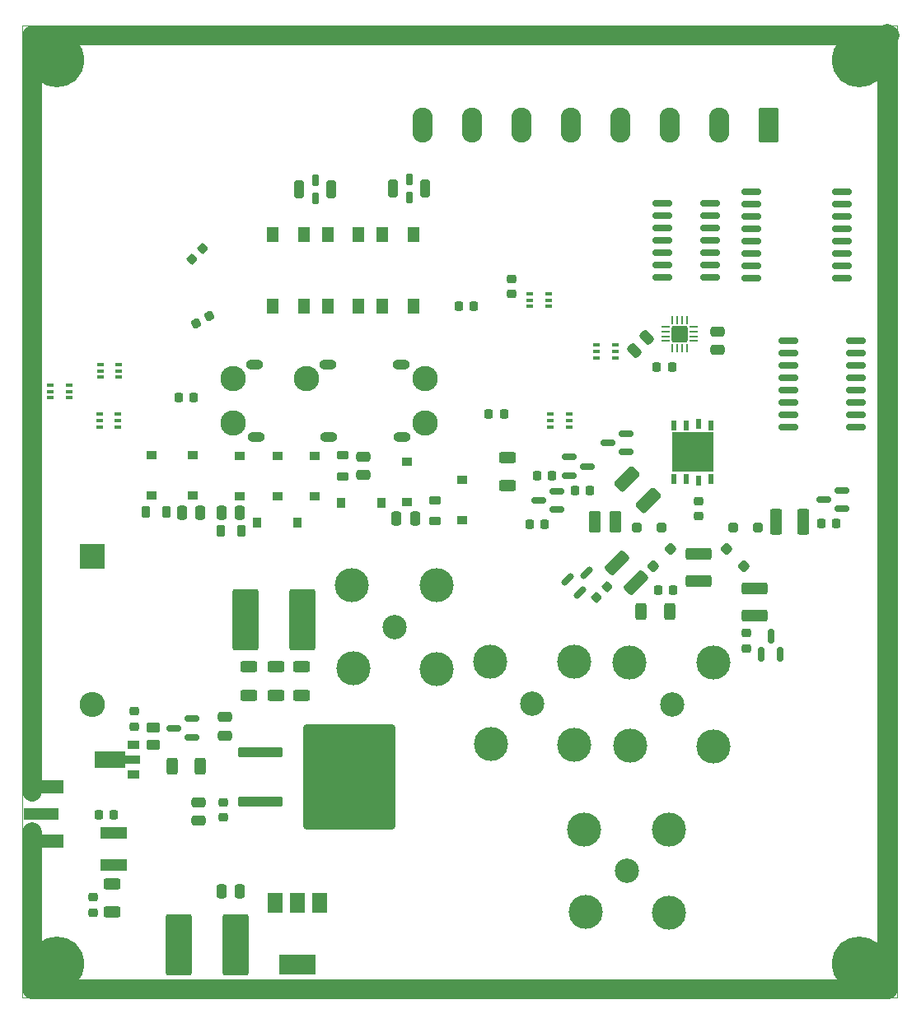
<source format=gbr>
%TF.GenerationSoftware,KiCad,Pcbnew,(7.0.0-0)*%
%TF.CreationDate,2023-05-05T23:20:31+02:00*%
%TF.ProjectId,Filter-forest-v3,46696c74-6572-42d6-966f-726573742d76,rev?*%
%TF.SameCoordinates,Original*%
%TF.FileFunction,Soldermask,Top*%
%TF.FilePolarity,Negative*%
%FSLAX46Y46*%
G04 Gerber Fmt 4.6, Leading zero omitted, Abs format (unit mm)*
G04 Created by KiCad (PCBNEW (7.0.0-0)) date 2023-05-05 23:20:31*
%MOMM*%
%LPD*%
G01*
G04 APERTURE LIST*
G04 Aperture macros list*
%AMRoundRect*
0 Rectangle with rounded corners*
0 $1 Rounding radius*
0 $2 $3 $4 $5 $6 $7 $8 $9 X,Y pos of 4 corners*
0 Add a 4 corners polygon primitive as box body*
4,1,4,$2,$3,$4,$5,$6,$7,$8,$9,$2,$3,0*
0 Add four circle primitives for the rounded corners*
1,1,$1+$1,$2,$3*
1,1,$1+$1,$4,$5*
1,1,$1+$1,$6,$7*
1,1,$1+$1,$8,$9*
0 Add four rect primitives between the rounded corners*
20,1,$1+$1,$2,$3,$4,$5,0*
20,1,$1+$1,$4,$5,$6,$7,0*
20,1,$1+$1,$6,$7,$8,$9,0*
20,1,$1+$1,$8,$9,$2,$3,0*%
%AMFreePoly0*
4,1,9,3.862500,-0.866500,0.737500,-0.866500,0.737500,-0.450000,-0.737500,-0.450000,-0.737500,0.450000,0.737500,0.450000,0.737500,0.866500,3.862500,0.866500,3.862500,-0.866500,3.862500,-0.866500,$1*%
G04 Aperture macros list end*
%ADD10C,2.000000*%
%ADD11RoundRect,0.250000X-0.375000X-0.850000X0.375000X-0.850000X0.375000X0.850000X-0.375000X0.850000X0*%
%ADD12RoundRect,0.062500X-0.337500X-0.062500X0.337500X-0.062500X0.337500X0.062500X-0.337500X0.062500X0*%
%ADD13RoundRect,0.062500X-0.062500X-0.337500X0.062500X-0.337500X0.062500X0.337500X-0.062500X0.337500X0*%
%ADD14RoundRect,0.250000X-0.600000X-0.600000X0.600000X-0.600000X0.600000X0.600000X-0.600000X0.600000X0*%
%ADD15RoundRect,0.250000X-0.475000X0.250000X-0.475000X-0.250000X0.475000X-0.250000X0.475000X0.250000X0*%
%ADD16RoundRect,0.250000X0.159099X-0.512652X0.512652X-0.159099X-0.159099X0.512652X-0.512652X0.159099X0*%
%ADD17RoundRect,0.225000X-0.225000X-0.250000X0.225000X-0.250000X0.225000X0.250000X-0.225000X0.250000X0*%
%ADD18R,2.700000X1.150000*%
%ADD19RoundRect,0.250000X-1.025305X-0.494975X-0.494975X-1.025305X1.025305X0.494975X0.494975X1.025305X0*%
%ADD20RoundRect,0.250000X-1.075000X0.375000X-1.075000X-0.375000X1.075000X-0.375000X1.075000X0.375000X0*%
%ADD21RoundRect,0.250000X0.375000X1.075000X-0.375000X1.075000X-0.375000X-1.075000X0.375000X-1.075000X0*%
%ADD22RoundRect,0.250000X1.075000X-0.375000X1.075000X0.375000X-1.075000X0.375000X-1.075000X-0.375000X0*%
%ADD23RoundRect,0.250000X0.250000X0.475000X-0.250000X0.475000X-0.250000X-0.475000X0.250000X-0.475000X0*%
%ADD24RoundRect,0.250000X-0.250000X-0.475000X0.250000X-0.475000X0.250000X0.475000X-0.250000X0.475000X0*%
%ADD25R,0.650000X0.400000*%
%ADD26RoundRect,0.250000X0.625000X-0.312500X0.625000X0.312500X-0.625000X0.312500X-0.625000X-0.312500X0*%
%ADD27RoundRect,0.150000X-0.825000X-0.150000X0.825000X-0.150000X0.825000X0.150000X-0.825000X0.150000X0*%
%ADD28O,2.600000X2.600000*%
%ADD29R,2.600000X2.600000*%
%ADD30RoundRect,0.152500X-0.152500X-0.470000X0.152500X-0.470000X0.152500X0.470000X-0.152500X0.470000X0*%
%ADD31C,0.610000*%
%ADD32RoundRect,0.249600X-0.270400X-0.650400X0.270400X-0.650400X0.270400X0.650400X-0.270400X0.650400X0*%
%ADD33O,1.800000X1.000000*%
%ADD34C,2.610000*%
%ADD35RoundRect,0.250000X-0.625000X0.312500X-0.625000X-0.312500X0.625000X-0.312500X0.625000X0.312500X0*%
%ADD36RoundRect,0.150000X0.587500X0.150000X-0.587500X0.150000X-0.587500X-0.150000X0.587500X-0.150000X0*%
%ADD37C,3.500000*%
%ADD38C,2.500000*%
%ADD39RoundRect,0.150000X-0.309359X-0.521491X0.521491X0.309359X0.309359X0.521491X-0.521491X-0.309359X0*%
%ADD40RoundRect,0.225000X0.225000X0.250000X-0.225000X0.250000X-0.225000X-0.250000X0.225000X-0.250000X0*%
%ADD41RoundRect,0.225000X0.250000X-0.225000X0.250000X0.225000X-0.250000X0.225000X-0.250000X-0.225000X0*%
%ADD42RoundRect,0.218750X0.218750X0.381250X-0.218750X0.381250X-0.218750X-0.381250X0.218750X-0.381250X0*%
%ADD43RoundRect,0.250000X0.450000X-0.262500X0.450000X0.262500X-0.450000X0.262500X-0.450000X-0.262500X0*%
%ADD44R,1.000000X0.850000*%
%ADD45R,0.850000X1.000000*%
%ADD46RoundRect,0.250000X0.250000X0.250000X-0.250000X0.250000X-0.250000X-0.250000X0.250000X-0.250000X0*%
%ADD47RoundRect,0.225000X-0.250000X0.225000X-0.250000X-0.225000X0.250000X-0.225000X0.250000X0.225000X0*%
%ADD48RoundRect,0.250000X0.475000X-0.250000X0.475000X0.250000X-0.475000X0.250000X-0.475000X-0.250000X0*%
%ADD49RoundRect,0.250000X-2.050000X-0.300000X2.050000X-0.300000X2.050000X0.300000X-2.050000X0.300000X0*%
%ADD50RoundRect,0.250002X-4.449998X-5.149998X4.449998X-5.149998X4.449998X5.149998X-4.449998X5.149998X0*%
%ADD51C,5.600000*%
%ADD52RoundRect,0.250000X0.312500X0.625000X-0.312500X0.625000X-0.312500X-0.625000X0.312500X-0.625000X0*%
%ADD53RoundRect,0.250000X1.087500X2.900000X-1.087500X2.900000X-1.087500X-2.900000X1.087500X-2.900000X0*%
%ADD54RoundRect,0.250000X0.000000X-0.353553X0.353553X0.000000X0.000000X0.353553X-0.353553X0.000000X0*%
%ADD55RoundRect,0.225000X0.017678X-0.335876X0.335876X-0.017678X-0.017678X0.335876X-0.335876X0.017678X0*%
%ADD56R,0.510000X1.020000*%
%ADD57RoundRect,0.001000X-2.100000X2.010000X-2.100000X-2.010000X2.100000X-2.010000X2.100000X2.010000X0*%
%ADD58RoundRect,0.150000X-0.587500X-0.150000X0.587500X-0.150000X0.587500X0.150000X-0.587500X0.150000X0*%
%ADD59RoundRect,0.218750X0.381250X-0.218750X0.381250X0.218750X-0.381250X0.218750X-0.381250X-0.218750X0*%
%ADD60R,4.200000X1.350000*%
%ADD61R,3.600000X1.270000*%
%ADD62RoundRect,0.250000X-1.069499X-0.486136X-0.486136X-1.069499X1.069499X0.486136X0.486136X1.069499X0*%
%ADD63RoundRect,0.225000X-0.069856X-0.329006X0.319856X-0.104006X0.069856X0.329006X-0.319856X0.104006X0*%
%ADD64R,1.200000X1.600000*%
%ADD65RoundRect,0.250000X-0.250000X-0.250000X0.250000X-0.250000X0.250000X0.250000X-0.250000X0.250000X0*%
%ADD66RoundRect,0.150000X0.150000X-0.587500X0.150000X0.587500X-0.150000X0.587500X-0.150000X-0.587500X0*%
%ADD67O,2.080000X3.600000*%
%ADD68RoundRect,0.249999X0.790001X1.550001X-0.790001X1.550001X-0.790001X-1.550001X0.790001X-1.550001X0*%
%ADD69RoundRect,0.250000X0.353553X0.000000X0.000000X0.353553X-0.353553X0.000000X0.000000X-0.353553X0*%
%ADD70RoundRect,0.150000X-0.875000X-0.150000X0.875000X-0.150000X0.875000X0.150000X-0.875000X0.150000X0*%
%ADD71RoundRect,0.150000X-0.837500X-0.150000X0.837500X-0.150000X0.837500X0.150000X-0.837500X0.150000X0*%
%ADD72R,1.300000X0.900000*%
%ADD73FreePoly0,180.000000*%
%ADD74R,1.500000X2.000000*%
%ADD75R,3.800000X2.000000*%
%TA.AperFunction,Profile*%
%ADD76C,0.100000*%
%TD*%
G04 APERTURE END LIST*
D10*
X77210000Y-30980000D02*
X165342500Y-30980000D01*
X77237500Y-129080000D02*
X165170000Y-129080000D01*
X165110000Y-128910000D02*
X165110000Y-30810000D01*
X77240000Y-112925000D02*
X77240000Y-128990000D01*
X77250000Y-108816250D02*
X77250000Y-30990000D01*
D11*
%TO.C,L116*%
X137182500Y-81000000D03*
X135032500Y-81000000D03*
%TD*%
D12*
%TO.C,U106*%
X142300000Y-60940000D03*
X142300000Y-61440000D03*
X142300000Y-61940000D03*
X142300000Y-62440000D03*
D13*
X143000000Y-63140000D03*
X143500000Y-63140000D03*
X144000000Y-63140000D03*
X144500000Y-63140000D03*
D12*
X145200000Y-62440000D03*
X145200000Y-61940000D03*
X145200000Y-61440000D03*
X145200000Y-60940000D03*
D13*
X144500000Y-60240000D03*
X144000000Y-60240000D03*
X143500000Y-60240000D03*
X143000000Y-60240000D03*
D14*
X143750000Y-61690000D03*
%TD*%
D15*
%TO.C,C119*%
X147640000Y-63340000D03*
X147640000Y-61440000D03*
%TD*%
D16*
%TO.C,C118*%
X140421751Y-62038249D03*
X139078249Y-63381751D03*
%TD*%
D17*
%TO.C,C117*%
X142985000Y-65100000D03*
X141435000Y-65100000D03*
%TD*%
D18*
%TO.C,L111*%
X85579999Y-113049999D03*
X85579999Y-116349999D03*
%TD*%
D19*
%TO.C,L119*%
X139279949Y-87269949D03*
X137300051Y-85290051D03*
%TD*%
D20*
%TO.C,L105*%
X145710000Y-87117500D03*
X145710000Y-84317500D03*
%TD*%
D21*
%TO.C,L121*%
X153700000Y-81050000D03*
X156500000Y-81050000D03*
%TD*%
D22*
%TO.C,L120*%
X151520000Y-87902500D03*
X151520000Y-90702500D03*
%TD*%
D23*
%TO.C,C109*%
X96680000Y-80100000D03*
X98580000Y-80100000D03*
%TD*%
D24*
%TO.C,C107*%
X94540000Y-80090000D03*
X92640000Y-80090000D03*
%TD*%
D25*
%TO.C,U107*%
X84219999Y-66149999D03*
X84219999Y-65499999D03*
X84219999Y-64849999D03*
X86119999Y-64849999D03*
X86119999Y-65499999D03*
X86119999Y-66149999D03*
%TD*%
D26*
%TO.C,R106*%
X126040000Y-74397500D03*
X126040000Y-77322500D03*
%TD*%
D27*
%TO.C,U105*%
X146925000Y-48280000D03*
X146925000Y-49550000D03*
X146925000Y-50820000D03*
X146925000Y-52090000D03*
X146925000Y-53360000D03*
X146925000Y-54630000D03*
X146925000Y-55900000D03*
X141975000Y-55900000D03*
X141975000Y-54630000D03*
X141975000Y-53360000D03*
X141975000Y-52090000D03*
X141975000Y-50820000D03*
X141975000Y-49550000D03*
X141975000Y-48280000D03*
%TD*%
D28*
%TO.C,D108*%
X83369999Y-99789999D03*
D29*
X83369999Y-84549999D03*
%TD*%
D30*
%TO.C,FL104*%
X106325000Y-45862500D03*
D31*
X106325000Y-45685000D03*
D32*
X107950000Y-46790000D03*
D31*
X106325000Y-47895000D03*
D30*
X106325000Y-47717500D03*
D32*
X104700000Y-46790000D03*
%TD*%
D33*
%TO.C,FL101*%
X115219999Y-72289999D03*
X115119999Y-64889999D03*
X107719999Y-72289999D03*
X107619999Y-64889999D03*
D34*
X105420000Y-66290000D03*
D33*
X100219999Y-72289999D03*
X100119999Y-64889999D03*
D34*
X97903520Y-66286160D03*
X117610000Y-66280000D03*
X117610000Y-70880000D03*
X97903520Y-70886160D03*
%TD*%
D35*
%TO.C,R107*%
X104900000Y-98852500D03*
X104900000Y-95927500D03*
%TD*%
D36*
%TO.C,Q108*%
X158602500Y-78730000D03*
X160477500Y-77780000D03*
X160477500Y-79680000D03*
%TD*%
D37*
%TO.C,J108*%
X132960000Y-104010000D03*
X132960000Y-95410000D03*
X124360000Y-103910000D03*
X124260000Y-95410000D03*
D38*
X128660000Y-99710000D03*
%TD*%
D39*
%TO.C,Q105*%
X134222913Y-86267087D03*
X133568839Y-88264664D03*
X132225336Y-86921161D03*
%TD*%
D40*
%TO.C,C150*%
X129102500Y-76290000D03*
X130652500Y-76290000D03*
%TD*%
D35*
%TO.C,R108*%
X102300000Y-98852500D03*
X102300000Y-95927500D03*
%TD*%
D41*
%TO.C,C137*%
X83500000Y-119665000D03*
X83500000Y-121215000D03*
%TD*%
D42*
%TO.C,L102*%
X96607500Y-81960000D03*
X98732500Y-81960000D03*
%TD*%
D43*
%TO.C,L112*%
X89680000Y-102177500D03*
X89680000Y-104002500D03*
%TD*%
D44*
%TO.C,C102*%
X89509999Y-74194999D03*
X89509999Y-78344999D03*
%TD*%
D23*
%TO.C,C113*%
X114660000Y-80700000D03*
X116560000Y-80700000D03*
%TD*%
D44*
%TO.C,C104*%
X102459999Y-78404999D03*
X102459999Y-74254999D03*
%TD*%
D25*
%TO.C,U115*%
X130289999Y-57569999D03*
X130289999Y-58219999D03*
X130289999Y-58869999D03*
X128389999Y-58869999D03*
X128389999Y-58219999D03*
X128389999Y-57569999D03*
%TD*%
D41*
%TO.C,C153*%
X96837500Y-109895000D03*
X96837500Y-111445000D03*
%TD*%
D45*
%TO.C,C105*%
X108974999Y-79059999D03*
X113124999Y-79059999D03*
%TD*%
D17*
%TO.C,C129*%
X85620000Y-111160000D03*
X84070000Y-111160000D03*
%TD*%
D46*
%TO.C,D109*%
X149280000Y-81620000D03*
X151780000Y-81620000D03*
%TD*%
D37*
%TO.C,J106*%
X118810000Y-96180000D03*
X118810000Y-87580000D03*
X110210000Y-96080000D03*
X110110000Y-87580000D03*
D38*
X114510000Y-91880000D03*
%TD*%
D35*
%TO.C,R105*%
X99470000Y-98852500D03*
X99470000Y-95927500D03*
%TD*%
D47*
%TO.C,C143*%
X145750000Y-80445000D03*
X145750000Y-78895000D03*
%TD*%
D36*
%TO.C,Q110*%
X136422500Y-72910000D03*
X138297500Y-71960000D03*
X138297500Y-73860000D03*
%TD*%
D35*
%TO.C,R102*%
X85480000Y-121192500D03*
X85480000Y-118267500D03*
%TD*%
D17*
%TO.C,C115*%
X122635000Y-58870000D03*
X121085000Y-58870000D03*
%TD*%
D48*
%TO.C,C111*%
X111290000Y-74320000D03*
X111290000Y-76220000D03*
%TD*%
D49*
%TO.C,U112*%
X100670000Y-109770000D03*
D50*
X109820000Y-107230000D03*
D49*
X100670000Y-104690000D03*
%TD*%
D44*
%TO.C,C106*%
X121459999Y-80894999D03*
X121459999Y-76744999D03*
%TD*%
D23*
%TO.C,C152*%
X96672500Y-119000000D03*
X98572500Y-119000000D03*
%TD*%
D36*
%TO.C,Q102*%
X129272500Y-78810000D03*
X131147500Y-77860000D03*
X131147500Y-79760000D03*
%TD*%
D17*
%TO.C,C131*%
X93825000Y-68250000D03*
X92275000Y-68250000D03*
%TD*%
D30*
%TO.C,FL105*%
X115975000Y-45812500D03*
D31*
X115975000Y-45635000D03*
D32*
X117600000Y-46740000D03*
D31*
X115975000Y-47845000D03*
D30*
X115975000Y-47667500D03*
D32*
X114350000Y-46740000D03*
%TD*%
D51*
%TO.C,H102*%
X162248804Y-33504383D03*
%TD*%
D41*
%TO.C,C157*%
X150610000Y-92497500D03*
X150610000Y-94047500D03*
%TD*%
D25*
%TO.C,U104*%
X79099999Y-68259999D03*
X79099999Y-67609999D03*
X79099999Y-66959999D03*
X80999999Y-66959999D03*
X80999999Y-67609999D03*
X80999999Y-68259999D03*
%TD*%
D44*
%TO.C,C112*%
X106279999Y-78414999D03*
X106279999Y-74264999D03*
%TD*%
D37*
%TO.C,J110*%
X142680000Y-121260000D03*
X142680000Y-112660000D03*
X134080000Y-121160000D03*
X133980000Y-112660000D03*
D38*
X138380000Y-116960000D03*
%TD*%
D52*
%TO.C,R104*%
X139807500Y-90240000D03*
X142732500Y-90240000D03*
%TD*%
D51*
%TO.C,H104*%
X79748804Y-33504383D03*
%TD*%
D25*
%TO.C,U114*%
X137159999Y-62849999D03*
X137159999Y-63499999D03*
X137159999Y-64149999D03*
X135259999Y-64149999D03*
X135259999Y-63499999D03*
X135259999Y-62849999D03*
%TD*%
D53*
%TO.C,C151*%
X92277500Y-124580000D03*
X98152500Y-124580000D03*
%TD*%
%TO.C,C154*%
X99117500Y-91110000D03*
X104992500Y-91110000D03*
%TD*%
D54*
%TO.C,D106*%
X142813883Y-83821117D03*
X141046117Y-85588883D03*
%TD*%
D55*
%TO.C,C149*%
X136348008Y-87741992D03*
X135251992Y-88838008D03*
%TD*%
D56*
%TO.C,U109*%
X145727499Y-76759999D03*
X145727499Y-70979999D03*
X143182499Y-76614999D03*
X144452499Y-76614999D03*
X146992499Y-76614999D03*
D57*
X145087500Y-73860000D03*
D56*
X143182499Y-71104999D03*
X144452499Y-71104999D03*
X146992499Y-71104999D03*
%TD*%
D42*
%TO.C,L101*%
X88887500Y-80050000D03*
X91012500Y-80050000D03*
%TD*%
D40*
%TO.C,C158*%
X158305000Y-81220000D03*
X159855000Y-81220000D03*
%TD*%
D25*
%TO.C,U113*%
X132389999Y-69949999D03*
X132389999Y-70599999D03*
X132389999Y-71249999D03*
X130489999Y-71249999D03*
X130489999Y-70599999D03*
X130489999Y-69949999D03*
%TD*%
D58*
%TO.C,Q104*%
X134285000Y-75320000D03*
X132410000Y-76270000D03*
X132410000Y-74370000D03*
%TD*%
D17*
%TO.C,C144*%
X129905000Y-81320000D03*
X128355000Y-81320000D03*
%TD*%
D59*
%TO.C,L103*%
X109140000Y-74207500D03*
X109140000Y-76332500D03*
%TD*%
D47*
%TO.C,C116*%
X126480000Y-57565000D03*
X126480000Y-56015000D03*
%TD*%
D37*
%TO.C,J109*%
X147270000Y-104140000D03*
X147270000Y-95540000D03*
X138670000Y-104040000D03*
X138570000Y-95540000D03*
D38*
X142970000Y-99840000D03*
%TD*%
D25*
%TO.C,U108*%
X84159999Y-71269999D03*
X84159999Y-70619999D03*
X84159999Y-69969999D03*
X86059999Y-69969999D03*
X86059999Y-70619999D03*
X86059999Y-71269999D03*
%TD*%
D44*
%TO.C,C103*%
X98599999Y-74224999D03*
X98599999Y-78374999D03*
%TD*%
D60*
%TO.C,J102*%
X78332499Y-113904999D03*
X78332499Y-108254999D03*
D61*
X78132499Y-111079999D03*
%TD*%
D62*
%TO.C,L117*%
X140554854Y-78804854D03*
X138345146Y-76595146D03*
%TD*%
D63*
%TO.C,C133*%
X95441170Y-59862500D03*
X94098830Y-60637500D03*
%TD*%
D64*
%TO.C,FL109*%
X113239999Y-58859999D03*
X113239999Y-51459999D03*
X110789999Y-58859999D03*
X110789999Y-51459999D03*
X107589999Y-58859999D03*
X107589999Y-51459999D03*
X105139999Y-58859999D03*
X105139999Y-51459999D03*
X116439999Y-51459999D03*
X116439999Y-58859999D03*
X101939999Y-58859999D03*
X101939999Y-58859999D03*
X101939999Y-51459999D03*
X101939999Y-51459999D03*
%TD*%
D65*
%TO.C,D104*%
X141890000Y-81605000D03*
X139390000Y-81605000D03*
%TD*%
D48*
%TO.C,C155*%
X94357500Y-109880000D03*
X94357500Y-111780000D03*
%TD*%
%TO.C,C156*%
X97050000Y-101120000D03*
X97050000Y-103020000D03*
%TD*%
D66*
%TO.C,Q107*%
X153140000Y-92807500D03*
X154090000Y-94682500D03*
X152190000Y-94682500D03*
%TD*%
D67*
%TO.C,J112*%
X117389999Y-40189999D03*
X122469999Y-40189999D03*
X127549999Y-40189999D03*
X132629999Y-40189999D03*
X137709999Y-40189999D03*
X142789999Y-40189999D03*
X147869999Y-40189999D03*
D68*
X152950000Y-40190000D03*
%TD*%
D51*
%TO.C,H101*%
X79748804Y-126504383D03*
%TD*%
D69*
%TO.C,D107*%
X148576117Y-83856117D03*
X150343883Y-85623883D03*
%TD*%
D41*
%TO.C,C130*%
X87700000Y-100535000D03*
X87700000Y-102085000D03*
%TD*%
D70*
%TO.C,U101*%
X160440000Y-47100000D03*
X160440000Y-48370000D03*
X160440000Y-49640000D03*
X160440000Y-50910000D03*
X160440000Y-52180000D03*
X160440000Y-53450000D03*
X160440000Y-54720000D03*
X160440000Y-55990000D03*
X151140000Y-55990000D03*
X151140000Y-54720000D03*
X151140000Y-53450000D03*
X151140000Y-52180000D03*
X151140000Y-50910000D03*
X151140000Y-49640000D03*
X151140000Y-48370000D03*
X151140000Y-47100000D03*
%TD*%
D71*
%TO.C,U102*%
X161905000Y-62380000D03*
X161905000Y-63650000D03*
X161905000Y-64920000D03*
X161905000Y-66190000D03*
X161905000Y-67460000D03*
X161905000Y-68730000D03*
X161905000Y-70000000D03*
X161905000Y-71270000D03*
X154980000Y-71270000D03*
X154980000Y-70000000D03*
X154980000Y-68730000D03*
X154980000Y-67460000D03*
X154980000Y-66190000D03*
X154980000Y-64920000D03*
X154980000Y-63650000D03*
X154980000Y-62380000D03*
%TD*%
D59*
%TO.C,L104*%
X118620000Y-78787500D03*
X118620000Y-80912500D03*
%TD*%
D45*
%TO.C,C110*%
X104529999Y-81109999D03*
X100379999Y-81109999D03*
%TD*%
D52*
%TO.C,R103*%
X91607500Y-106170000D03*
X94532500Y-106170000D03*
%TD*%
D17*
%TO.C,C101*%
X125715000Y-69950000D03*
X124165000Y-69950000D03*
%TD*%
D72*
%TO.C,U103*%
X87659999Y-103979999D03*
D73*
X87572500Y-105480000D03*
D72*
X87659999Y-106979999D03*
%TD*%
D44*
%TO.C,C108*%
X93729999Y-74194999D03*
X93729999Y-78344999D03*
%TD*%
%TO.C,C114*%
X115749999Y-74864999D03*
X115749999Y-79014999D03*
%TD*%
D36*
%TO.C,Q101*%
X91762500Y-102250000D03*
X93637500Y-101300000D03*
X93637500Y-103200000D03*
%TD*%
D17*
%TO.C,C141*%
X143135000Y-88090000D03*
X141585000Y-88090000D03*
%TD*%
D55*
%TO.C,C138*%
X94748008Y-52931992D03*
X93651992Y-54028008D03*
%TD*%
D17*
%TO.C,C147*%
X134572500Y-77820000D03*
X133022500Y-77820000D03*
%TD*%
D74*
%TO.C,U111*%
X102172499Y-120259999D03*
D75*
X104472499Y-126559999D03*
D74*
X104472499Y-120259999D03*
X106772499Y-120259999D03*
%TD*%
D51*
%TO.C,H103*%
X162248804Y-126504383D03*
%TD*%
D76*
X76228804Y-30004383D02*
X166158804Y-30004383D01*
X166158804Y-30004383D02*
X166158804Y-129944383D01*
X166158804Y-129944383D02*
X76228804Y-129944383D01*
X76228804Y-129944383D02*
X76228804Y-30004383D01*
M02*

</source>
